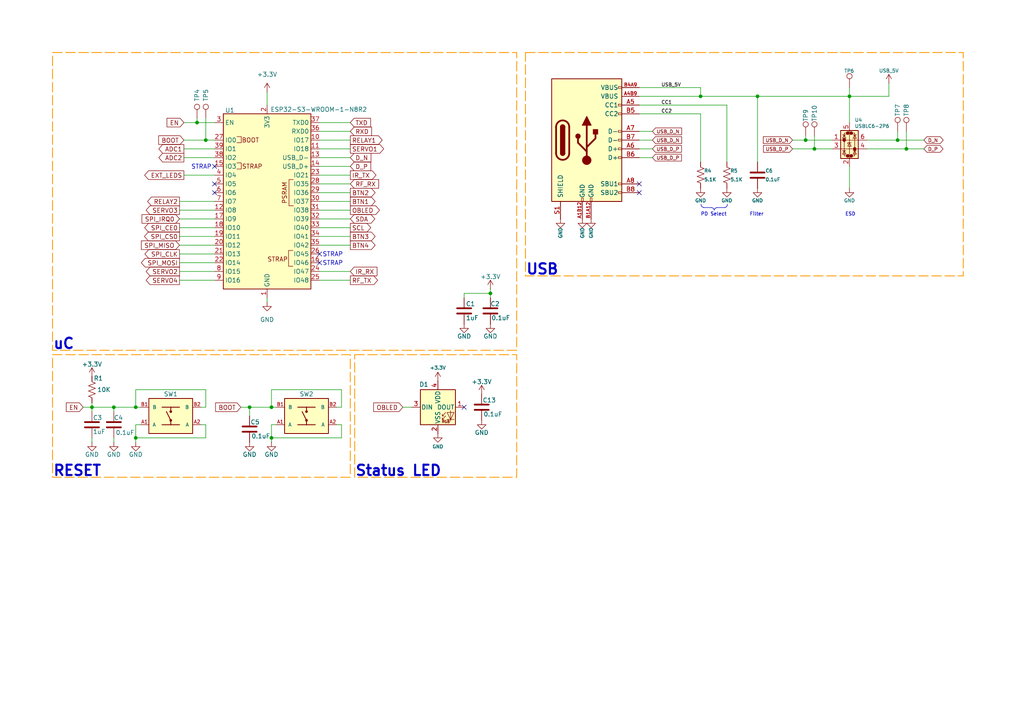
<source format=kicad_sch>
(kicad_sch (version 20250114) (generator "eeschema") (generator_version "9.0")
  (paper "A4")
  (title_block (title "Aquarius Client") (date "<<release-date>>") (rev "<<tag>>") (comment 1 "<<hash>>"))
  (lib_symbols
    (symbol "CRG Makes:ESP32-S3-WROOM-1-N8R2"
      (property "Reference" "U" (at -12.7 26.67 0))
      (property "Value" "ESP32-S3-WROOM-1-N8R2" (at 14.986 26.67 0))
      (symbol "ESP32-S3-WROOM-1-N8R2_0_0"
        (rectangle (start -12.7 25.4) (end 12.7 -25.4) (stroke (width 0.254)) (fill (type background)))
        (text "PSRAM" (at 5.08 2.54 900) (effects (font (size 1.27 1.27))))
      )
      (symbol "ESP32-S3-WROOM-1-N8R2_0_1"
        (polyline (pts (xy -8.763 17.018) (xy -7.493 17.018) (xy -7.493 18.796) (xy -8.763 18.796)))
        (polyline (pts (xy -8.763 9.398) (xy -7.493 9.398) (xy -7.493 11.176) (xy -8.763 11.176)))
        (polyline (pts (xy 7.493 -18.796) (xy 6.223 -18.796) (xy 6.223 -14.224) (xy 7.493 -14.224)))
        (polyline (pts (xy 7.62 -1.27) (xy 6.35 -1.27) (xy 6.35 6.35) (xy 7.62 6.35)))
      )
      (symbol "ESP32-S3-WROOM-1-N8R2_1_1"
        (text "BOOT" (at -4.826 17.78 0) (effects (font (size 1.27 1.27))))
        (text "STRAP" (at -4.318 10.16 0) (effects (font (size 1.27 1.27))))
        (text "STRAP" (at 3.048 -16.764 0) (effects (font (size 1.27 1.27))))
        (pin input line (at -15.24 22.86 0) (length 2.54) (name "EN") (number "3"))
        (pin bidirectional line (at -15.24 17.78 0) (length 2.54) (name "IO0") (number "27"))
        (pin bidirectional line (at -15.24 15.24 0) (length 2.54) (name "IO1") (number "39"))
        (pin bidirectional line (at -15.24 12.7 0) (length 2.54) (name "IO2") (number "38"))
        (pin bidirectional line (at -15.24 10.16 0) (length 2.54) (name "IO3") (number "15"))
        (pin bidirectional line (at -15.24 7.62 0) (length 2.54) (name "IO4") (number "4"))
        (pin bidirectional line (at -15.24 5.08 0) (length 2.54) (name "IO5") (number "5"))
        (pin bidirectional line (at -15.24 2.54 0) (length 2.54) (name "IO6") (number "6"))
        (pin bidirectional line (at -15.24 0 0) (length 2.54) (name "IO7") (number "7"))
        (pin bidirectional line (at -15.24 -2.54 0) (length 2.54) (name "IO8") (number "12"))
        (pin bidirectional line (at -15.24 -5.08 0) (length 2.54) (name "IO9") (number "17"))
        (pin bidirectional line (at -15.24 -7.62 0) (length 2.54) (name "IO10") (number "18"))
        (pin bidirectional line (at -15.24 -10.16 0) (length 2.54) (name "IO11") (number "19"))
        (pin bidirectional line (at -15.24 -12.7 0) (length 2.54) (name "IO12") (number "20"))
        (pin bidirectional line (at -15.24 -15.24 0) (length 2.54) (name "IO13") (number "21"))
        (pin bidirectional line (at -15.24 -17.78 0) (length 2.54) (name "IO14") (number "22"))
        (pin bidirectional line (at -15.24 -20.32 0) (length 2.54) (name "IO15") (number "8"))
        (pin bidirectional line (at -15.24 -22.86 0) (length 2.54) (name "IO16") (number "9"))
        (pin power_in line (at 0 27.94 270) (length 2.54) (name "3V3") (number "2"))
        (pin power_in line (at 0 -27.94 90) (length 2.54) (name "GND") (number "1"))
        (pin passive line (at 0 -27.94 90) (length 2.54) (hide yes) (name "GND") (number "40"))
        (pin passive line (at 0 -27.94 90) (length 2.54) (hide yes) (name "GND") (number "41"))
        (pin bidirectional line (at 15.24 22.86 180) (length 2.54) (name "TXD0") (number "37"))
        (pin bidirectional line (at 15.24 20.32 180) (length 2.54) (name "RXD0") (number "36"))
        (pin bidirectional line (at 15.24 17.78 180) (length 2.54) (name "IO17") (number "10"))
        (pin bidirectional line (at 15.24 15.24 180) (length 2.54) (name "IO18") (number "11"))
        (pin bidirectional line (at 15.24 12.7 180) (length 2.54) (name "USB_D-") (number "13"))
        (pin bidirectional line (at 15.24 10.16 180) (length 2.54) (name "USB_D+") (number "14"))
        (pin bidirectional line (at 15.24 7.62 180) (length 2.54) (name "IO21") (number "23"))
        (pin bidirectional line (at 15.24 5.08 180) (length 2.54) (name "IO35") (number "28"))
        (pin bidirectional line (at 15.24 2.54 180) (length 2.54) (name "IO36") (number "29"))
        (pin bidirectional line (at 15.24 0 180) (length 2.54) (name "IO37") (number "30"))
        (pin bidirectional line (at 15.24 -2.54 180) (length 2.54) (name "IO38") (number "31"))
        (pin bidirectional line (at 15.24 -5.08 180) (length 2.54) (name "IO39") (number "32"))
        (pin bidirectional line (at 15.24 -7.62 180) (length 2.54) (name "IO40") (number "33"))
        (pin bidirectional line (at 15.24 -10.16 180) (length 2.54) (name "IO41") (number "34"))
        (pin bidirectional line (at 15.24 -12.7 180) (length 2.54) (name "IO42") (number "35"))
        (pin bidirectional line (at 15.24 -15.24 180) (length 2.54) (name "IO45") (number "26"))
        (pin bidirectional line (at 15.24 -17.78 180) (length 2.54) (name "IO46") (number "16"))
        (pin bidirectional line (at 15.24 -20.32 180) (length 2.54) (name "IO47") (number "24"))
        (pin bidirectional line (at 15.24 -22.86 180) (length 2.54) (name "IO48") (number "25"))
      )
    )
    (symbol "CRGM Connector:USB_C_USB2.0_16P" (pin_names (offset 1.016))
      (property "Reference" "J" (at 0 22.225 0))
      (property "Value" "USB_C_USB2.0_16P" (at 0 19.685 0))
      (symbol "USB_C_USB2.0_16P_0_0"
        (rectangle (start -1.524 -16.764) (end -1.016 -17.78))
        (rectangle (start 1.016 -16.764) (end 1.524 -17.78))
        (rectangle (start 10.16 15.494) (end 9.144 14.986))
        (rectangle (start 10.16 10.414) (end 9.144 9.906))
        (rectangle (start 10.16 7.874) (end 9.144 7.366))
        (rectangle (start 10.16 2.794) (end 9.144 2.286))
        (rectangle (start 10.16 0.254) (end 9.144 -0.254))
        (rectangle (start 10.16 -2.286) (end 9.144 -2.794))
        (rectangle (start 10.16 -4.826) (end 9.144 -5.334))
        (rectangle (start 10.16 -12.446) (end 9.144 -12.954))
        (rectangle (start 10.16 -14.986) (end 9.144 -15.494))
      )
      (symbol "USB_C_USB2.0_16P_0_1"
        (rectangle (start -10.16 17.78) (end 10.16 -17.78) (stroke (width 0.254)) (fill (type background)))
        (polyline (pts (xy -8.89 -3.81) (xy -8.89 3.81)) (stroke (width 0.508)))
        (rectangle (start -7.62 -3.81) (end -6.35 3.81) (stroke (width 0.254)) (fill (type outline)))
        (arc (start -7.62 3.81) (mid -6.985 4.4423) (end -6.35 3.81) (stroke (width 0.254)))
        (arc (start -7.62 3.81) (mid -6.985 4.4423) (end -6.35 3.81) (stroke (width 0.254)) (fill (type outline)))
        (arc (start -8.89 3.81) (mid -6.985 5.7067) (end -5.08 3.81) (stroke (width 0.508)))
        (arc (start -5.08 -3.81) (mid -6.985 -5.7067) (end -8.89 -3.81) (stroke (width 0.508)))
        (arc (start -6.35 -3.81) (mid -6.985 -4.4423) (end -7.62 -3.81) (stroke (width 0.254)))
        (arc (start -6.35 -3.81) (mid -6.985 -4.4423) (end -7.62 -3.81) (stroke (width 0.254)) (fill (type outline)))
        (polyline (pts (xy -5.08 3.81) (xy -5.08 -3.81)) (stroke (width 0.508)))
        (circle (center -2.54 1.143) (radius 0.635) (stroke (width 0.254)) (fill (type outline)))
        (polyline (pts (xy -1.27 4.318) (xy 0 6.858) (xy 1.27 4.318) (xy -1.27 4.318)) (stroke (width 0.254)) (fill (type outline)))
        (polyline (pts (xy 0 -2.032) (xy 2.54 0.508) (xy 2.54 1.778)) (stroke (width 0.508)))
        (polyline (pts (xy 0 -3.302) (xy -2.54 -0.762) (xy -2.54 0.508)) (stroke (width 0.508)))
        (polyline (pts (xy 0 -5.842) (xy 0 4.318)) (stroke (width 0.508)))
        (circle (center 0 -5.842) (radius 1.27) (fill (type outline)))
        (rectangle (start 1.905 1.778) (end 3.175 3.048) (stroke (width 0.254)) (fill (type outline)))
      )
      (symbol "USB_C_USB2.0_16P_1_1"
        (pin passive line (at -7.62 -22.86 90) (length 5.08) (name "SHIELD") (number "S1"))
        (pin passive line (at -1.27 -22.86 90) (length 5.08) (name "GND") (number "A1B12"))
        (pin passive line (at 1.27 -22.86 90) (length 5.08) (name "GND") (number "B1A12"))
        (pin power_out line (at 15.24 15.24 180) (length 5.08) (name "VBUS") (number "B4A9"))
        (pin passive line (at 15.24 12.7 180) (length 5.08) (name "VBUS") (number "A4B9"))
        (pin bidirectional line (at 15.24 10.16 180) (length 5.08) (name "CC1") (number "A5"))
        (pin bidirectional line (at 15.24 7.62 180) (length 5.08) (name "CC2") (number "B5"))
        (pin bidirectional line (at 15.24 2.54 180) (length 5.08) (name "D-") (number "A7"))
        (pin bidirectional line (at 15.24 0 180) (length 5.08) (name "D-") (number "B7"))
        (pin bidirectional line (at 15.24 -2.54 180) (length 5.08) (name "D+") (number "A6"))
        (pin bidirectional line (at 15.24 -5.08 180) (length 5.08) (name "D+") (number "B6"))
        (pin bidirectional line (at 15.24 -12.7 180) (length 5.08) (name "SBU1") (number "A8"))
        (pin bidirectional line (at 15.24 -15.24 180) (length 5.08) (name "SBU2") (number "B8"))
      )
    )
    (symbol "CRGM Switches:EVQ-Q2B02W" (pin_names (offset 1.016))
      (property "Reference" "SW" (at -6.3593 5.5931 0))
      (property "Value" "EVQ-Q2B02W" (at -6.604 -7.112 0))
      (symbol "EVQ-Q2B02W_0_0"
        (rectangle (start -6.35 5.08) (end 6.35 -5.08) (stroke (width 0.254)) (fill (type background)))
        (polyline (pts (xy -2.54 2.54) (xy 0 2.54)) (stroke (width 0.254)))
        (polyline (pts (xy -2.54 -2.54) (xy 0 -2.54)) (stroke (width 0.254)))
        (polyline (pts (xy 0 2.54) (xy 2.54 2.54)) (stroke (width 0.254)))
        (circle (center 0 1.27) (radius 0.254) (stroke (width 0.254)))
        (polyline (pts (xy 0 1.27) (xy 0 2.54)) (stroke (width 0.254)))
        (polyline (pts (xy 0 -1.27) (xy -1.27 1.27)) (stroke (width 0.254)))
        (polyline (pts (xy 0 -1.27) (xy 0 -2.54)) (stroke (width 0.254)))
        (circle (center 0 -1.27) (radius 0.254) (stroke (width 0.254)))
        (polyline (pts (xy 0 -2.54) (xy 2.54 -2.54)) (stroke (width 0.254)))
      )
      (symbol "EVQ-Q2B02W_1_0"
        (pin passive line (at -8.89 2.54 0) (length 2.54) (name "B") (number "B1"))
        (pin passive line (at -8.89 -2.54 0) (length 2.54) (name "A") (number "A1"))
        (pin passive line (at 8.89 2.54 180) (length 2.54) (name "B") (number "B2"))
        (pin passive line (at 8.89 -2.54 180) (length 2.54) (name "A") (number "A2"))
      )
    )
    (symbol "Connector:TestPoint" (pin_numbers (hide yes)) (pin_names (offset 0.762) (hide yes))
      (property "Reference" "TP" (at 0 6.858 0))
      (property "Value" "TestPoint" (at 0 5.08 0))
      (symbol "TestPoint_0_1"
        (circle (center 0 3.302) (radius 0.762))
      )
      (symbol "TestPoint_1_1"
        (pin passive line (at 0 0 90) (length 2.54) (name "1") (number "1"))
      )
    )
    (symbol "Device:C" (pin_numbers (hide yes)) (pin_names (offset 0.254))
      (property "Reference" "C" (at 0.635 2.54 0))
      (property "Value" "C" (at 0.635 -2.54 0))
      (symbol "C_0_1"
        (polyline (pts (xy -2.032 0.762) (xy 2.032 0.762)) (stroke (width 0.508)))
        (polyline (pts (xy -2.032 -0.762) (xy 2.032 -0.762)) (stroke (width 0.508)))
      )
      (symbol "C_1_1"
        (pin passive line (at 0 3.81 270) (length 2.794) (name "~") (number "1"))
        (pin passive line (at 0 -3.81 90) (length 2.794) (name "~") (number "2"))
      )
    )
    (symbol "Device:R_US" (pin_numbers (hide yes)) (pin_names (offset 0))
      (property "Reference" "R" (at 2.54 0 90))
      (property "Value" "R_US" (at -2.54 0 90))
      (symbol "R_US_0_1"
        (polyline (pts (xy 0 2.286) (xy 0 2.54)))
        (polyline (pts (xy 0 2.286) (xy 1.016 1.905) (xy 0 1.524) (xy -1.016 1.143) (xy 0 0.762)))
        (polyline (pts (xy 0 0.762) (xy 1.016 0.381) (xy 0 0) (xy -1.016 -0.381) (xy 0 -0.762)))
        (polyline (pts (xy 0 -0.762) (xy 1.016 -1.143) (xy 0 -1.524) (xy -1.016 -1.905) (xy 0 -2.286)))
        (polyline (pts (xy 0 -2.286) (xy 0 -2.54)))
      )
      (symbol "R_US_1_1"
        (pin passive line (at 0 3.81 270) (length 1.27) (name "~") (number "1"))
        (pin passive line (at 0 -3.81 90) (length 1.27) (name "~") (number "2"))
      )
    )
    (symbol "LED:WS2812B-2020" (pin_names (offset 0.254))
      (property "Reference" "D" (at 5.08 5.715 0))
      (property "Value" "WS2812B-2020" (at 1.27 -5.715 0))
      (symbol "WS2812B-2020_0_0"
        (text "RGB" (at 2.286 -4.191 0) (effects (font (size 0.762 0.762))))
      )
      (symbol "WS2812B-2020_0_1"
        (polyline (pts (xy 1.27 -2.54) (xy 1.778 -2.54)))
        (polyline (pts (xy 1.27 -3.556) (xy 1.778 -3.556)))
        (polyline (pts (xy 2.286 -1.524) (xy 1.27 -2.54) (xy 1.27 -2.032)))
        (polyline (pts (xy 2.286 -2.54) (xy 1.27 -3.556) (xy 1.27 -3.048)))
        (polyline (pts (xy 3.683 -1.016) (xy 3.683 -3.556) (xy 3.683 -4.064)))
        (polyline (pts (xy 4.699 -1.524) (xy 2.667 -1.524) (xy 3.683 -3.556) (xy 4.699 -1.524)))
        (polyline (pts (xy 4.699 -3.556) (xy 2.667 -3.556)))
        (rectangle (start 5.08 5.08) (end -5.08 -5.08) (stroke (width 0.254)) (fill (type background)))
      )
      (symbol "WS2812B-2020_1_1"
        (pin input line (at -7.62 0 0) (length 2.54) (name "DIN") (number "3"))
        (pin power_in line (at 0 7.62 270) (length 2.54) (name "VDD") (number "4"))
        (pin power_in line (at 0 -7.62 90) (length 2.54) (name "VSS") (number "2"))
        (pin output line (at 7.62 0 180) (length 2.54) (name "DOUT") (number "1"))
      )
    )
    (symbol "Power_Protection:USBLC6-2P6" (pin_names (hide yes))
      (property "Reference" "U" (at 0.635 5.715 0))
      (property "Value" "USBLC6-2P6" (at 0.635 3.81 0))
      (symbol "USBLC6-2P6_0_0"
        (circle (center -1.524 0) (radius 0.0001) (stroke (width 0.508)))
        (circle (center -0.508 2.032) (radius 0.0001) (stroke (width 0.508)))
        (circle (center -0.508 -4.572) (radius 0.0001) (stroke (width 0.508)))
        (circle (center 0.508 2.032) (radius 0.0001) (stroke (width 0.508)))
        (circle (center 0.508 -4.572) (radius 0.0001) (stroke (width 0.508)))
        (circle (center 1.524 -2.54) (radius 0.0001) (stroke (width 0.508)))
      )
      (symbol "USBLC6-2P6_0_1"
        (polyline (pts (xy -2.54 0) (xy 2.54 0)))
        (polyline (pts (xy -2.54 -2.54) (xy 2.54 -2.54)))
        (polyline (pts (xy -2.032 0.508) (xy -1.016 0.508) (xy -1.524 1.524) (xy -2.032 0.508)))
        (polyline (pts (xy -2.032 -3.048) (xy -1.016 -3.048)))
        (polyline (pts (xy -1.016 1.524) (xy -2.032 1.524)))
        (polyline (pts (xy -1.016 -4.064) (xy -2.032 -4.064) (xy -1.524 -3.048) (xy -1.016 -4.064)))
        (polyline (pts (xy -0.508 -1.143) (xy -0.508 -0.762) (xy 0.508 -0.762)))
        (polyline (pts (xy 0 2.54) (xy -0.508 2.032) (xy 0.508 2.032) (xy 0 1.524) (xy 0 -4.064) (xy -0.508 -4.572) (xy 0.508 -4.572) (xy 0 -5.08)))
        (polyline (pts (xy 0.508 -1.778) (xy -0.508 -1.778) (xy 0 -0.762) (xy 0.508 -1.778)))
        (polyline (pts (xy 1.016 1.524) (xy 2.032 1.524)))
        (polyline (pts (xy 1.016 -3.048) (xy 2.032 -3.048)))
        (polyline (pts (xy 2.032 0.508) (xy 1.016 0.508) (xy 1.524 1.524) (xy 2.032 0.508)))
        (polyline (pts (xy 2.032 -4.064) (xy 1.016 -4.064) (xy 1.524 -3.048) (xy 2.032 -4.064)))
      )
      (symbol "USBLC6-2P6_1_1"
        (rectangle (start -2.54 2.794) (end 2.54 -5.334) (stroke (width 0.254)) (fill (type background)))
        (polyline (pts (xy -0.508 2.032) (xy -1.524 2.032) (xy -1.524 -4.572) (xy -0.508 -4.572)))
        (polyline (pts (xy 0.508 -4.572) (xy 1.524 -4.572) (xy 1.524 2.032) (xy 0.508 2.032)))
        (pin passive line (at -5.08 0 0) (length 2.54) (name "I/O1") (number "1"))
        (pin passive line (at -5.08 -2.54 0) (length 2.54) (name "I/O2") (number "3"))
        (pin passive line (at 0 5.08 270) (length 2.54) (name "VBUS") (number "5"))
        (pin passive line (at 0 -7.62 90) (length 2.54) (name "GND") (number "2"))
        (pin passive line (at 5.08 0 180) (length 2.54) (name "I/O1") (number "6"))
        (pin passive line (at 5.08 -2.54 180) (length 2.54) (name "I/O2") (number "4"))
      )
    )
    (symbol "power:+3.3V" (power) (pin_numbers (hide yes)) (pin_names (offset 0) (hide yes))
      (property "Value" "+3.3V" (at 0 3.556 0))
      (symbol "+3.3V_0_1"
        (polyline (pts (xy -0.762 1.27) (xy 0 2.54)))
        (polyline (pts (xy 0 2.54) (xy 0.762 1.27)))
        (polyline (pts (xy 0 0) (xy 0 2.54)))
      )
      (symbol "+3.3V_1_1"
        (pin power_in line (at 0 0 90) (length 0) (name "~") (number "1"))
      )
    )
    (symbol "power:+5V" (power) (pin_numbers (hide yes)) (pin_names (offset 0) (hide yes))
      (property "Value" "+5V" (at 0 3.556 0))
      (symbol "+5V_0_1"
        (polyline (pts (xy -0.762 1.27) (xy 0 2.54)))
        (polyline (pts (xy 0 2.54) (xy 0.762 1.27)))
        (polyline (pts (xy 0 0) (xy 0 2.54)))
      )
      (symbol "+5V_1_1"
        (pin power_in line (at 0 0 90) (length 0) (name "~") (number "1"))
      )
    )
    (symbol "power:GND" (power) (pin_numbers (hide yes)) (pin_names (offset 0) (hide yes))
      (property "Value" "GND" (at 0 -3.81 0))
      (symbol "GND_0_1"
        (polyline (pts (xy 0 0) (xy 0 -1.27) (xy 1.27 -1.27) (xy 0 -2.54) (xy -1.27 -1.27) (xy 0 -1.27)))
      )
      (symbol "GND_1_1"
        (pin power_in line (at 0 0 270) (length 0) (name "~") (number "1"))
      )
    )
  )
  (rectangle (start 102.87 102.87) (end 149.86 138.43) (stroke (width 0.254) (type dash) (color 255 153 0 1)))
  (rectangle (start 152.4 15.24) (end 279.4 80.01) (stroke (width 0.254) (type dash) (color 255 153 0 1)))
  (rectangle (start 15.24 102.87) (end 101.6 138.43) (stroke (width 0.254) (type dash) (color 255 153 0 1)))
  (rectangle (start 15.24 15.24) (end 149.86 101.6) (stroke (width 0.254) (type dash) (color 255 153 0 1)))
  (text "RESET" (at 15.24 138.43 0) (effects (font (size 3 3) (thickness 0.6) (bold yes)) (justify left bottom)))
  (text "STRAP" (at 58.42 48.514 0) (effects (font (size 1.27 1.27))))
  (text "uC" (at 15.24 101.6 0) (effects (font (size 3 3) (thickness 0.6) (bold yes)) (justify left bottom)))
  (text "STRAP" (at 96.52 76.454 0) (effects (font (size 1.27 1.27))))
  (text "{" (at 206.756 60.452 90) (effects (font (size 5 5))))
  (text "Filter" (at 219.456 62.23 0) (effects (font (size 1 1))))
  (text "Status LED" (at 102.87 138.43 0) (effects (font (size 3 3) (thickness 0.6) (bold yes)) (justify left bottom)))
  (text "PD Select" (at 207.01 62.23 0) (effects (font (size 1 1))))
  (text "ESD" (at 246.634 62.23 0) (effects (font (size 1 1))))
  (text "STRAP" (at 96.52 73.914 0) (effects (font (size 1.27 1.27))))
  (text "USB" (exclude_from_sim yes) (at 152.4 80.01 0) (effects (font (size 3 3) (thickness 0.6) (bold yes)) (justify left bottom)))
  (junction (at 262.89 43.18))
  (junction (at 39.37 118.11))
  (junction (at 219.71 27.94))
  (junction (at 246.38 27.94))
  (junction (at 72.39 118.11))
  (junction (at 26.67 118.11))
  (junction (at 39.37 127))
  (junction (at 260.35 40.64))
  (junction (at 78.74 127))
  (junction (at 236.22 43.18))
  (junction (at 78.74 118.11))
  (junction (at 33.02 118.11))
  (junction (at 203.2 27.94))
  (junction (at 142.24 85.09))
  (junction (at 233.68 40.64))
  (junction (at 57.15 35.56))
  (junction (at 59.69 40.64))
  (no_connect (at 185.42 55.88))
  (no_connect (at 62.23 53.34))
  (no_connect (at 134.62 118.11))
  (no_connect (at 62.23 55.88))
  (no_connect (at 62.23 48.26))
  (no_connect (at 92.71 76.2))
  (no_connect (at 92.71 73.66))
  (no_connect (at 185.42 53.34))
  (wire (pts (xy 52.07 73.66) (xy 62.23 73.66)))
  (wire (pts (xy 99.06 113.03) (xy 78.74 113.03)))
  (wire (pts (xy 77.47 26.67) (xy 77.47 30.48)))
  (wire (pts (xy 92.71 68.58) (xy 101.6 68.58)))
  (wire (pts (xy 92.71 66.04) (xy 101.6 66.04)))
  (wire (pts (xy 99.06 123.19) (xy 99.06 127)))
  (wire (pts (xy 72.39 118.11) (xy 72.39 120.65)))
  (wire (pts (xy 69.85 118.11) (xy 72.39 118.11)))
  (wire (pts (xy 92.71 71.12) (xy 101.6 71.12)))
  (wire (pts (xy 246.38 54.61) (xy 246.38 48.26)))
  (wire (pts (xy 26.67 118.11) (xy 26.67 119.38)))
  (wire (pts (xy 92.71 50.8) (xy 101.6 50.8)))
  (wire (pts (xy 52.07 71.12) (xy 62.23 71.12)))
  (wire (pts (xy 210.82 30.48) (xy 210.82 46.99)))
  (wire (pts (xy 92.71 78.74) (xy 101.6 78.74)))
  (wire (pts (xy 39.37 128.27) (xy 39.37 127)))
  (wire (pts (xy 260.35 38.1) (xy 260.35 40.64)))
  (wire (pts (xy 78.74 123.19) (xy 78.74 127)))
  (wire (pts (xy 78.74 113.03) (xy 78.74 118.11)))
  (wire (pts (xy 97.79 123.19) (xy 99.06 123.19)))
  (wire (pts (xy 59.69 118.11) (xy 59.69 113.03)))
  (wire (pts (xy 257.81 24.13) (xy 257.81 27.94)))
  (wire (pts (xy 229.87 43.18) (xy 236.22 43.18)))
  (wire (pts (xy 219.71 27.94) (xy 246.38 27.94)))
  (wire (pts (xy 203.2 27.94) (xy 219.71 27.94)))
  (wire (pts (xy 52.07 81.28) (xy 62.23 81.28)))
  (wire (pts (xy 92.71 40.64) (xy 101.6 40.64)))
  (wire (pts (xy 92.71 55.88) (xy 101.6 55.88)))
  (wire (pts (xy 97.79 118.11) (xy 99.06 118.11)))
  (wire (pts (xy 33.02 118.11) (xy 33.02 119.38)))
  (wire (pts (xy 78.74 118.11) (xy 80.01 118.11)))
  (wire (pts (xy 92.71 45.72) (xy 101.6 45.72)))
  (wire (pts (xy 53.34 50.8) (xy 62.23 50.8)))
  (wire (pts (xy 52.07 78.74) (xy 62.23 78.74)))
  (wire (pts (xy 185.42 27.94) (xy 203.2 27.94)))
  (wire (pts (xy 59.69 127) (xy 39.37 127)))
  (wire (pts (xy 262.89 38.1) (xy 262.89 43.18)))
  (wire (pts (xy 251.46 40.64) (xy 260.35 40.64)))
  (wire (pts (xy 134.62 85.09) (xy 142.24 85.09)))
  (wire (pts (xy 52.07 58.42) (xy 62.23 58.42)))
  (wire (pts (xy 59.69 113.03) (xy 39.37 113.03)))
  (wire (pts (xy 92.71 58.42) (xy 101.6 58.42)))
  (wire (pts (xy 134.62 85.09) (xy 134.62 86.36)))
  (wire (pts (xy 246.38 25.4) (xy 246.38 27.94)))
  (wire (pts (xy 57.15 34.29) (xy 57.15 35.56)))
  (wire (pts (xy 92.71 60.96) (xy 101.6 60.96)))
  (wire (pts (xy 92.71 63.5) (xy 101.6 63.5)))
  (wire (pts (xy 92.71 81.28) (xy 101.6 81.28)))
  (wire (pts (xy 229.87 40.64) (xy 233.68 40.64)))
  (wire (pts (xy 59.69 40.64) (xy 62.23 40.64)))
  (wire (pts (xy 185.42 43.18) (xy 189.23 43.18)))
  (wire (pts (xy 24.13 118.11) (xy 26.67 118.11)))
  (wire (pts (xy 92.71 53.34) (xy 101.6 53.34)))
  (wire (pts (xy 116.84 118.11) (xy 119.38 118.11)))
  (wire (pts (xy 203.2 33.02) (xy 203.2 46.99)))
  (wire (pts (xy 59.69 123.19) (xy 59.69 127)))
  (wire (pts (xy 57.15 35.56) (xy 62.23 35.56)))
  (wire (pts (xy 53.34 43.18) (xy 62.23 43.18)))
  (wire (pts (xy 58.42 118.11) (xy 59.69 118.11)))
  (wire (pts (xy 39.37 113.03) (xy 39.37 118.11)))
  (wire (pts (xy 203.2 25.4) (xy 203.2 27.94)))
  (wire (pts (xy 185.42 33.02) (xy 203.2 33.02)))
  (wire (pts (xy 99.06 118.11) (xy 99.06 113.03)))
  (wire (pts (xy 92.71 38.1) (xy 101.6 38.1)))
  (wire (pts (xy 236.22 39.37) (xy 236.22 43.18)))
  (wire (pts (xy 80.01 123.19) (xy 78.74 123.19)))
  (wire (pts (xy 52.07 60.96) (xy 62.23 60.96)))
  (wire (pts (xy 39.37 123.19) (xy 40.64 123.19)))
  (wire (pts (xy 185.42 45.72) (xy 189.23 45.72)))
  (wire (pts (xy 233.68 40.64) (xy 241.3 40.64)))
  (wire (pts (xy 219.71 46.99) (xy 219.71 27.94)))
  (wire (pts (xy 53.34 35.56) (xy 57.15 35.56)))
  (wire (pts (xy 92.71 35.56) (xy 101.6 35.56)))
  (wire (pts (xy 39.37 127) (xy 39.37 123.19)))
  (wire (pts (xy 52.07 66.04) (xy 62.23 66.04)))
  (wire (pts (xy 142.24 83.82) (xy 142.24 85.09)))
  (wire (pts (xy 142.24 85.09) (xy 142.24 86.36)))
  (wire (pts (xy 53.34 45.72) (xy 62.23 45.72)))
  (wire (pts (xy 246.38 27.94) (xy 257.81 27.94)))
  (wire (pts (xy 39.37 118.11) (xy 40.64 118.11)))
  (wire (pts (xy 185.42 40.64) (xy 189.23 40.64)))
  (wire (pts (xy 58.42 123.19) (xy 59.69 123.19)))
  (wire (pts (xy 52.07 63.5) (xy 62.23 63.5)))
  (wire (pts (xy 26.67 118.11) (xy 33.02 118.11)))
  (wire (pts (xy 251.46 43.18) (xy 262.89 43.18)))
  (wire (pts (xy 233.68 39.37) (xy 233.68 40.64)))
  (wire (pts (xy 52.07 76.2) (xy 62.23 76.2)))
  (wire (pts (xy 185.42 38.1) (xy 189.23 38.1)))
  (wire (pts (xy 33.02 118.11) (xy 39.37 118.11)))
  (wire (pts (xy 33.02 128.27) (xy 33.02 127)))
  (wire (pts (xy 246.38 27.94) (xy 246.38 35.56)))
  (wire (pts (xy 260.35 40.64) (xy 267.97 40.64)))
  (wire (pts (xy 99.06 127) (xy 78.74 127)))
  (wire (pts (xy 185.42 25.4) (xy 203.2 25.4)))
  (wire (pts (xy 72.39 118.11) (xy 78.74 118.11)))
  (wire (pts (xy 92.71 43.18) (xy 101.6 43.18)))
  (wire (pts (xy 92.71 48.26) (xy 101.6 48.26)))
  (wire (pts (xy 185.42 30.48) (xy 210.82 30.48)))
  (wire (pts (xy 78.74 127) (xy 78.74 128.27)))
  (wire (pts (xy 53.34 40.64) (xy 59.69 40.64)))
  (wire (pts (xy 26.67 116.84) (xy 26.67 118.11)))
  (wire (pts (xy 236.22 43.18) (xy 241.3 43.18)))
  (wire (pts (xy 262.89 43.18) (xy 267.97 43.18)))
  (wire (pts (xy 77.47 87.63) (xy 77.47 86.36)))
  (wire (pts (xy 59.69 34.29) (xy 59.69 40.64)))
  (wire (pts (xy 52.07 68.58) (xy 62.23 68.58)))
  (wire (pts (xy 26.67 128.27) (xy 26.67 127)))
  (label "CC1" (at 191.77 30.48 0) (effects (font (size 1 1))))
  (label "CC2" (at 191.77 33.02 0) (effects (font (size 1 1))))
  (label "USB_5V" (at 191.77 25.4 0) (effects (font (size 1 1))))
  (global_label "D_N" (shape bidirectional) (at 267.97 40.64 0) (effects (font (size 1 1))) (property "Intersheetrefs" "${INTERSHEET_REFS}" (at 274.0048 40.64 0) (effects (justify left))))
  (global_label "BTN2" (shape output) (at 101.6 55.88 0) (property "Intersheetrefs" "${INTERSHEET_REFS}" (at 109.3628 55.88 0) (effects (justify left))))
  (global_label "SPI_IRQ0" (shape input) (at 52.07 63.5 180) (property "Intersheetrefs" "${INTERSHEET_REFS}" (at 40.6181 63.5 0) (effects (justify right))))
  (global_label "USB_D_P" (shape input) (at 189.23 45.72 0) (effects (font (size 1 1))) (property "Intersheetrefs" "${INTERSHEET_REFS}" (at 200.5004 45.72 0) (effects (justify left))))
  (global_label "SERVO4" (shape output) (at 52.07 81.28 180) (property "Intersheetrefs" "${INTERSHEET_REFS}" (at 41.8277 81.28 0) (effects (justify right))))
  (global_label "SPI_CS0" (shape output) (at 52.07 68.58 180) (property "Intersheetrefs" "${INTERSHEET_REFS}" (at 41.3439 68.58 0) (effects (justify right))))
  (global_label "SCL" (shape output) (at 101.6 66.04 0) (property "Intersheetrefs" "${INTERSHEET_REFS}" (at 108.0928 66.04 0) (effects (justify left))))
  (global_label "BTN1" (shape output) (at 101.6 58.42 0) (property "Intersheetrefs" "${INTERSHEET_REFS}" (at 109.3628 58.42 0) (effects (justify left))))
  (global_label "USB_D_N" (shape input) (at 229.87 40.64 180) (effects (font (size 1 1))) (property "Intersheetrefs" "${INTERSHEET_REFS}" (at 218.5391 40.64 0) (effects (justify right))))
  (global_label "SPI_MISO" (shape input) (at 52.07 71.12 180) (property "Intersheetrefs" "${INTERSHEET_REFS}" (at 40.4367 71.12 0) (effects (justify right))))
  (global_label "USB_D_P" (shape input) (at 229.87 43.18 180) (effects (font (size 1 1))) (property "Intersheetrefs" "${INTERSHEET_REFS}" (at 218.5996 43.18 0) (effects (justify right))))
  (global_label "RELAY1" (shape output) (at 101.6 40.64 0) (property "Intersheetrefs" "${INTERSHEET_REFS}" (at 111.419 40.64 0) (effects (justify left))))
  (global_label "SPI_CE0" (shape output) (at 52.07 66.04 180) (property "Intersheetrefs" "${INTERSHEET_REFS}" (at 41.4044 66.04 0) (effects (justify right))))
  (global_label "SDA" (shape bidirectional) (at 101.6 63.5 0) (property "Intersheetrefs" "${INTERSHEET_REFS}" (at 109.2646 63.5 0) (effects (justify left))))
  (global_label "D_N" (shape input) (at 101.6 45.72 0) (property "Intersheetrefs" "${INTERSHEET_REFS}" (at 108.1533 45.72 0) (effects (justify left))))
  (global_label "D_P" (shape input) (at 101.6 48.26 0) (property "Intersheetrefs" "${INTERSHEET_REFS}" (at 108.0928 48.26 0) (effects (justify left))))
  (global_label "SERVO2" (shape output) (at 52.07 78.74 180) (property "Intersheetrefs" "${INTERSHEET_REFS}" (at 41.8277 78.74 0) (effects (justify right))))
  (global_label "RF_TX" (shape output) (at 101.6 81.28 0) (property "Intersheetrefs" "${INTERSHEET_REFS}" (at 110.0885 81.28 0) (effects (justify left))))
  (global_label "SPI_CLK" (shape output) (at 52.07 73.66 180) (property "Intersheetrefs" "${INTERSHEET_REFS}" (at 41.4648 73.66 0) (effects (justify right))))
  (global_label "IR_TX" (shape output) (at 101.6 50.8 0) (property "Intersheetrefs" "${INTERSHEET_REFS}" (at 109.6047 50.8 0) (effects (justify left))))
  (global_label "SPI_MOSI" (shape output) (at 52.07 76.2 180) (property "Intersheetrefs" "${INTERSHEET_REFS}" (at 40.4367 76.2 0) (effects (justify right))))
  (global_label "SERVO3" (shape output) (at 52.07 60.96 180) (property "Intersheetrefs" "${INTERSHEET_REFS}" (at 41.8277 60.96 0) (effects (justify right))))
  (global_label "D_P" (shape bidirectional) (at 267.97 43.18 0) (effects (font (size 1 1))) (property "Intersheetrefs" "${INTERSHEET_REFS}" (at 273.9572 43.18 0) (effects (justify left))))
  (global_label "EXT_LEDS" (shape output) (at 53.34 50.8 180) (property "Intersheetrefs" "${INTERSHEET_REFS}" (at 41.4045 50.8 0) (effects (justify right))))
  (global_label "EN" (shape input) (at 53.34 35.56 180) (property "Intersheetrefs" "${INTERSHEET_REFS}" (at 47.8753 35.56 0) (effects (justify right))))
  (global_label "RF_RX" (shape input) (at 101.6 53.34 0) (property "Intersheetrefs" "${INTERSHEET_REFS}" (at 110.3909 53.34 0) (effects (justify left))))
  (global_label "BOOT" (shape input) (at 69.85 118.11 180) (property "Intersheetrefs" "${INTERSHEET_REFS}" (at 61.9662 118.11 0) (effects (justify right))))
  (global_label "OBLED" (shape input) (at 116.84 118.11 180) (property "Intersheetrefs" "${INTERSHEET_REFS}" (at 107.8072 118.11 0) (effects (justify right))))
  (global_label "IR_RX" (shape input) (at 101.6 78.74 0) (property "Intersheetrefs" "${INTERSHEET_REFS}" (at 109.9071 78.74 0) (effects (justify left))))
  (global_label "USB_D_N" (shape input) (at 189.23 40.64 0) (effects (font (size 1 1))) (property "Intersheetrefs" "${INTERSHEET_REFS}" (at 200.5609 40.64 0) (effects (justify left))))
  (global_label "ADC2" (shape output) (at 53.34 45.72 180) (property "Intersheetrefs" "${INTERSHEET_REFS}" (at 45.5167 45.72 0) (effects (justify right))))
  (global_label "EN" (shape input) (at 24.13 118.11 180) (property "Intersheetrefs" "${INTERSHEET_REFS}" (at 18.6653 118.11 0) (effects (justify right))))
  (global_label "BTN3" (shape output) (at 101.6 68.58 0) (property "Intersheetrefs" "${INTERSHEET_REFS}" (at 109.3628 68.58 0) (effects (justify left))))
  (global_label "OBLED" (shape output) (at 101.6 60.96 0) (property "Intersheetrefs" "${INTERSHEET_REFS}" (at 110.6328 60.96 0) (effects (justify left))))
  (global_label "USB_D_P" (shape input) (at 189.23 43.18 0) (effects (font (size 1 1))) (property "Intersheetrefs" "${INTERSHEET_REFS}" (at 200.5004 43.18 0) (effects (justify left))))
  (global_label "SERVO1" (shape output) (at 101.6 43.18 0) (property "Intersheetrefs" "${INTERSHEET_REFS}" (at 111.8423 43.18 0) (effects (justify left))))
  (global_label "TXD" (shape input) (at 101.6 35.56 0) (property "Intersheetrefs" "${INTERSHEET_REFS}" (at 108.0323 35.56 0) (effects (justify left))))
  (global_label "RXD" (shape input) (at 101.6 38.1 0) (property "Intersheetrefs" "${INTERSHEET_REFS}" (at 108.3347 38.1 0) (effects (justify left))))
  (global_label "ADC1" (shape output) (at 53.34 43.18 180) (property "Intersheetrefs" "${INTERSHEET_REFS}" (at 45.5167 43.18 0) (effects (justify right))))
  (global_label "BTN4" (shape output) (at 101.6 71.12 0) (property "Intersheetrefs" "${INTERSHEET_REFS}" (at 109.3628 71.12 0) (effects (justify left))))
  (global_label "BOOT" (shape input) (at 53.34 40.64 180) (property "Intersheetrefs" "${INTERSHEET_REFS}" (at 45.4562 40.64 0) (effects (justify right))))
  (global_label "USB_D_N" (shape input) (at 189.23 38.1 0) (effects (font (size 1 1))) (property "Intersheetrefs" "${INTERSHEET_REFS}" (at 200.5609 38.1 0) (effects (justify left))))
  (global_label "RELAY2" (shape output) (at 52.07 58.42 180) (property "Intersheetrefs" "${INTERSHEET_REFS}" (at 42.251 58.42 0) (effects (justify right))))
  (symbol (lib_id "power:+3.3V") (at 26.67 109.22 0) (unit 1)
    (property "Reference" "#PWR06" (effects (hide yes)))
    (property "Value" "+3.3V" (at 26.67 105.664 0))
    (property "Description" "Power symbol creates a global label with name \"+3.3V\"" (effects (hide yes)))
  )
  (symbol (lib_id "Connector:TestPoint") (at 236.22 39.37 0) (unit 1) (in_bom no)
    (property "Reference" "TP10" (at 236.22 35.306 90) (effects (justify left)))
    (property "Footprint" "CRGM Mechanical:TestPoint_Pad_D1.0mm" (effects (hide yes)))
    (property "Description" "test point" (effects (hide yes)))
  )
  (symbol (lib_id "power:GND") (at 78.74 128.27 0) (unit 1)
    (property "Reference" "#PWR010" (effects (hide yes)))
    (property "Value" "GND" (at 78.74 131.826 0))
    (property "Description" "Power symbol creates a global label with name \"GND\" , ground" (effects (hide yes)))
  )
  (symbol (lib_id "Connector:TestPoint") (at 233.68 39.37 0) (unit 1) (in_bom no)
    (property "Reference" "TP9" (at 233.68 35.306 90) (effects (justify left)))
    (property "Footprint" "CRGM Mechanical:TestPoint_Pad_D1.0mm" (effects (hide yes)))
    (property "Description" "test point" (effects (hide yes)))
  )
  (symbol (lib_id "Device:C") (at 72.39 124.46 0) (unit 1)
    (property "Reference" "C5" (at 72.644 122.428 0) (effects (justify left)))
    (property "Value" "0.1uF" (at 72.898 126.492 0) (effects (justify left)))
    (property "Footprint" "CRGM Passive:C_0603_1608Metric" (effects (hide yes)))
    (property "Description" "CAP CER 100nF 16V X5R 0603" (effects (hide yes)))
    (property "MN" "Samsung" (effects (hide yes)))
    (property "MPN" "CL10B104KO8NNNC" (effects (hide yes)))
    (property "Digikey" "1276-1005-2-ND" (effects (hide yes)))
    (property "Mouser" "187-CL10B104KO8NNNC" (effects (hide yes)))
    (property "LCSC" "C66501" (effects (hide yes)))
  )
  (symbol (lib_id "power:GND") (at 210.82 54.61 0) (unit 1)
    (property "Reference" "#PWR031" (effects (hide yes)))
    (property "Value" "GND" (at 210.82 58.166 0) (effects (font (size 1 1))))
    (property "Description" "Power symbol creates a global label with name \"GND\" , ground" (effects (hide yes)))
  )
  (symbol (lib_id "Power_Protection:USBLC6-2P6") (at 246.38 40.64 0) (unit 1)
    (property "Reference" "U4" (at 247.904 34.798 0) (effects (font (size 1 1)) (justify left)))
    (property "Value" "USBLC6-2P6" (at 247.904 36.576 0) (effects (font (size 1 1)) (justify left)))
    (property "Footprint" "CRGM Passive:SOT-666" (effects (hide yes)))
    (property "Datasheet" "https://www.st.com/resource/en/datasheet/usblc6-2.pdf" (effects (hide yes)))
    (property "Description" "Very low capacitance ESD protection diode, 2 data-line, SOT-666" (effects (hide yes)))
    (property "LCSC" "C2827693" (effects (hide yes)))
    (property "MN" "TECH PUBLIC" (effects (hide yes)))
    (property "MPN" "USBLC6-2P6" (effects (hide yes)))
    (property "Digikey" "497-5026-2-ND" (effects (hide yes)))
    (property "Mouser" "511-USBLC6-2P6" (effects (hide yes)))
  )
  (symbol (lib_id "Connector:TestPoint") (at 260.35 38.1 0) (unit 1) (in_bom no)
    (property "Reference" "TP7" (at 260.35 33.782 90) (effects (justify left)))
    (property "Footprint" "CRGM Mechanical:TestPoint_Pad_D1.0mm" (effects (hide yes)))
    (property "Description" "test point" (effects (hide yes)))
  )
  (symbol (lib_id "power:+3.3V") (at 127 110.49 0) (unit 1)
    (property "Reference" "#PWR018" (effects (hide yes)))
    (property "Value" "+3.3V" (at 127 106.68 0) (effects (font (size 1 1))))
    (property "Description" "Power symbol creates a global label with name \"+3.3V\"" (effects (hide yes)))
  )
  (symbol (lib_id "Device:C") (at 219.71 50.8 0) (unit 1)
    (property "Reference" "C6" (at 221.996 49.53 0) (effects (font (size 1 1)) (justify left)))
    (property "Value" "0.1uF" (at 221.996 52.07 0) (effects (font (size 1 1)) (justify left)))
    (property "Footprint" "CRGM Passive:C_0603_1608Metric" (effects (hide yes)))
    (property "Description" "CAP CER 100nF 16V X5R 0603" (effects (hide yes)))
    (property "LCSC" "C66501" (effects (hide yes)))
    (property "MN" "Samsung" (effects (hide yes)))
    (property "MPN" "CL10B104KO8NNNC" (effects (hide yes)))
    (property "Digikey" "1276-1005-2-ND" (effects (hide yes)))
    (property "Mouser" "187-CL10B104KO8NNNC" (effects (hide yes)))
  )
  (symbol (lib_id "power:+3.3V") (at 77.47 26.67 0) (unit 1)
    (property "Reference" "#PWR01" (effects (hide yes)))
    (property "Value" "+3.3V" (at 77.47 21.59 0))
    (property "Description" "Power symbol creates a global label with name \"+3.3V\"" (effects (hide yes)))
  )
  (symbol (lib_id "Device:C") (at 142.24 90.17 0) (unit 1)
    (property "Reference" "C2" (at 142.24 88.138 0) (effects (justify left)))
    (property "Value" "0.1uF" (at 142.494 92.202 0) (effects (justify left)))
    (property "Footprint" "CRGM Passive:C_0603_1608Metric" (effects (hide yes)))
    (property "Description" "CAP CER 100nF 16V X5R 0603" (effects (hide yes)))
    (property "MN" "Samsung" (effects (hide yes)))
    (property "MPN" "CL10B104KO8NNNC" (effects (hide yes)))
    (property "LCSC" "C66501" (effects (hide yes)))
    (property "Digikey" "1276-1005-2-ND" (effects (hide yes)))
    (property "Mouser" "187-CL10B104KO8NNNC" (effects (hide yes)))
  )
  (symbol (lib_id "power:GND") (at 168.91 63.5 0) (unit 1)
    (property "Reference" "#PWR036" (effects (hide yes)))
    (property "Value" "GND" (at 168.91 67.564 90) (effects (font (size 1 1))))
    (property "Description" "Power symbol creates a global label with name \"GND\" , ground" (effects (hide yes)))
  )
  (symbol (lib_id "power:GND") (at 72.39 128.27 0) (unit 1)
    (property "Reference" "#PWR011" (effects (hide yes)))
    (property "Value" "GND" (at 72.39 131.826 0))
    (property "Description" "Power symbol creates a global label with name \"GND\" , ground" (effects (hide yes)))
  )
  (symbol (lib_id "Connector:TestPoint") (at 57.15 34.29 0) (unit 1) (in_bom no)
    (property "Reference" "TP4" (at 57.15 29.464 90) (effects (justify left)))
    (property "Footprint" "CRGM Mechanical:TestPoint_Pad_D1.0mm" (effects (hide yes)))
    (property "Description" "test point" (effects (hide yes)))
  )
  (symbol (lib_id "Device:R_US") (at 26.67 113.03 0) (unit 1)
    (property "Reference" "R1" (at 27.178 109.728 0) (effects (justify left)))
    (property "Value" "10K" (at 28.194 113.03 0) (effects (justify left)))
    (property "Footprint" "CRGM Passive:R_0603_1608Metric" (effects (hide yes)))
    (property "Description" "Thick Film Resistors - SMD 1/10Watt 10Kohms 5%" (effects (hide yes)))
    (property "MN" "FOJAN" (effects (hide yes)))
    (property "MPN" "FRC0603J103TS" (effects (hide yes)))
    (property "Mouser" "652-CR0603-JW-103ELF" (effects (hide yes)))
    (property "Digikey" "CR0603-JW-103ELFTR-ND" (effects (hide yes)))
    (property "LCSC" "C2930027" (effects (hide yes)))
  )
  (symbol (lib_id "power:GND") (at 246.38 54.61 0) (unit 1)
    (property "Reference" "#PWR033" (effects (hide yes)))
    (property "Value" "GND" (at 246.38 58.166 0) (effects (font (size 1 1))))
    (property "Description" "Power symbol creates a global label with name \"GND\" , ground" (effects (hide yes)))
  )
  (symbol (lib_id "power:+5V") (at 257.81 24.13 0) (unit 1)
    (property "Reference" "#PWR026" (effects (hide yes)))
    (property "Value" "USB_5V" (at 257.81 21.082 0) (effects (font (size 1 1)) (justify bottom)))
    (property "Description" "Power symbol creates a global label with name \"+5V\"" (effects (hide yes)))
  )
  (symbol (lib_id "CRGM Switches:EVQ-Q2B02W") (at 88.9 120.65 0) (unit 1)
    (property "Reference" "SW2" (at 88.9 114.3 0))
    (property "Value" "EVQ-Q2B02W" (effects (hide yes)))
    (property "Footprint" "CRGM Switches:EVQ-Q2B02W" (effects (hide yes)))
    (property "Datasheet" "https://4donline.ihs.com/images/VipMasterIC/IC/PANA/PANA-S-A0000770395/PANA-S-A0000770395-1.pdf?hkey=CECEF36DEECDED6468708AAF2E19C0C6" (effects (hide yes)))
    (property "Description" "Tactile Switch; SPST" (effects (hide yes)))
    (property "Package" "SMD, 6MM SQ" (effects (hide yes)))
    (property "MN" "Panasonic" (effects (hide yes)))
    (property "MPN" "EVQ-Q2B02W" (effects (hide yes)))
    (property "Mouser" "667-EVQ-Q2B02W" (effects (hide yes)))
    (property "Digikey" "P12931STR-ND" (effects (hide yes)))
    (property "LCSC" "C2976606" (effects (hide yes)))
  )
  (symbol (lib_id "power:GND") (at 142.24 93.98 0) (unit 1)
    (property "Reference" "#PWR04" (effects (hide yes)))
    (property "Value" "GND" (at 142.24 97.536 0))
    (property "Description" "Power symbol creates a global label with name \"GND\" , ground" (effects (hide yes)))
  )
  (symbol (lib_id "Device:C") (at 26.67 123.19 0) (unit 1)
    (property "Reference" "C3" (at 26.924 121.158 0) (effects (justify left)))
    (property "Value" "1uF" (at 26.924 125.222 0) (effects (justify left)))
    (property "Footprint" "CRGM Passive:C_0603_1608Metric" (effects (hide yes)))
    (property "Description" "CAP CER 1uF 16V X5R 0603" (effects (hide yes)))
    (property "WVDC" "16V" (effects (hide yes)))
    (property "Tolerance" "10%" (effects (hide yes)))
    (property "Dielectric" "X5R" (effects (hide yes)))
    (property "MN" "HRE" (effects (hide yes)))
    (property "MPN" "CGA0603X5R105K160JT" (effects (hide yes)))
    (property "Mouser" "187-CL10B105KO8NNNC" (effects (hide yes)))
    (property "Digikey" "1276-1019-2-ND" (effects (hide yes)))
    (property "LCSC" "C6119849" (effects (hide yes)))
  )
  (symbol (lib_id "Device:R_US") (at 210.82 50.8 0) (unit 1)
    (property "Reference" "R5" (at 211.836 49.53 0) (effects (font (size 1 1)) (justify left)))
    (property "Value" "5.1K" (at 211.836 52.07 0) (effects (font (size 1 1)) (justify left)))
    (property "Footprint" "CRGM Passive:R_0603_1608Metric" (effects (hide yes)))
    (property "Description" "Resistor, US symbol" (effects (hide yes)))
    (property "MN" "FOJAN" (effects (hide yes)))
    (property "MPN" "FRC0603J512 TS" (effects (hide yes)))
    (property "Mouser" "652-CR0603JW-512ELF" (effects (hide yes)))
    (property "Digikey" "118-CR0603-JW-512ELFTR-ND" (effects (hide yes)))
    (property "LCSC" "C2907114" (effects (hide yes)))
  )
  (symbol (lib_id "power:GND") (at 26.67 128.27 0) (unit 1)
    (property "Reference" "#PWR07" (effects (hide yes)))
    (property "Value" "GND" (at 26.67 131.826 0))
    (property "Description" "Power symbol creates a global label with name \"GND\" , ground" (effects (hide yes)))
  )
  (symbol (lib_id "power:+3.3V") (at 139.7 114.3 0) (unit 1)
    (property "Reference" "#PWR0106" (effects (hide yes)))
    (property "Value" "+3.3V" (at 139.7 110.744 0))
    (property "Description" "Power symbol creates a global label with name \"+3.3V\"" (effects (hide yes)))
  )
  (symbol (lib_id "power:GND") (at 127 125.73 0) (unit 1)
    (property "Reference" "#PWR022" (effects (hide yes)))
    (property "Value" "GND" (at 127 129.54 0) (effects (font (size 1 1))))
    (property "Description" "Power symbol creates a global label with name \"GND\" , ground" (effects (hide yes)))
  )
  (symbol (lib_id "CRGM Switches:EVQ-Q2B02W") (at 49.53 120.65 0) (unit 1)
    (property "Reference" "SW1" (at 49.53 114.3 0))
    (property "Value" "EVQ-Q2B02W" (effects (hide yes)))
    (property "Footprint" "CRGM Switches:EVQ-Q2B02W" (effects (hide yes)))
    (property "Datasheet" "https://4donline.ihs.com/images/VipMasterIC/IC/PANA/PANA-S-A0000770395/PANA-S-A0000770395-1.pdf?hkey=CECEF36DEECDED6468708AAF2E19C0C6" (effects (hide yes)))
    (property "Description" "Tactile Switch; SPST" (effects (hide yes)))
    (property "Package" "SMD, 6MM SQ" (effects (hide yes)))
    (property "MN" "Panasonic" (effects (hide yes)))
    (property "MPN" "EVQ-Q2B02W" (effects (hide yes)))
    (property "Mouser" "667-EVQ-Q2B02W" (effects (hide yes)))
    (property "Digikey" "P12931STR-ND" (effects (hide yes)))
    (property "LCSC" "C2976606" (effects (hide yes)))
  )
  (symbol (lib_id "power:GND") (at 134.62 93.98 0) (unit 1)
    (property "Reference" "#PWR03" (effects (hide yes)))
    (property "Value" "GND" (at 134.62 97.536 0))
    (property "Description" "Power symbol creates a global label with name \"GND\" , ground" (effects (hide yes)))
  )
  (symbol (lib_id "power:GND") (at 171.45 63.5 0) (unit 1)
    (property "Reference" "#PWR037" (effects (hide yes)))
    (property "Value" "GND" (at 171.45 67.564 90) (effects (font (size 1 1))))
    (property "Description" "Power symbol creates a global label with name \"GND\" , ground" (effects (hide yes)))
  )
  (symbol (lib_id "power:GND") (at 77.47 87.63 0) (unit 1)
    (property "Reference" "#PWR05" (effects (hide yes)))
    (property "Value" "GND" (at 77.47 92.71 0))
    (property "Description" "Power symbol creates a global label with name \"GND\" , ground" (effects (hide yes)))
  )
  (symbol (lib_id "Connector:TestPoint") (at 246.38 25.4 0) (unit 1) (in_bom no)
    (property "Reference" "TP6" (at 244.856 20.574 0) (effects (font (size 1 1)) (justify left)))
    (property "Footprint" "CRGM Mechanical:TestPoint_Pad_D1.0mm" (effects (hide yes)))
    (property "Description" "test point" (effects (hide yes)))
  )
  (symbol (lib_id "Connector:TestPoint") (at 262.89 38.1 0) (unit 1) (in_bom no)
    (property "Reference" "TP8" (at 262.89 33.782 90) (effects (justify left)))
    (property "Footprint" "CRGM Mechanical:TestPoint_Pad_D1.0mm" (effects (hide yes)))
    (property "Description" "test point" (effects (hide yes)))
  )
  (symbol (lib_id "power:GND") (at 203.2 54.61 0) (unit 1)
    (property "Reference" "#PWR030" (effects (hide yes)))
    (property "Value" "GND" (at 203.2 58.166 0) (effects (font (size 1 1))))
    (property "Description" "Power symbol creates a global label with name \"GND\" , ground" (effects (hide yes)))
  )
  (symbol (lib_id "power:GND") (at 162.56 63.5 0) (unit 1)
    (property "Reference" "#PWR035" (effects (hide yes)))
    (property "Value" "GND" (at 162.56 67.564 90) (effects (font (size 1 1))))
    (property "Description" "Power symbol creates a global label with name \"GND\" , ground" (effects (hide yes)))
  )
  (symbol (lib_id "CRGM Connector:USB_C_USB2.0_16P") (at 170.18 40.64 0) (unit 1)
    (property "Reference" "J3" (effects (hide yes)))
    (property "Value" "USB_C_USB2.0_16P" (effects (hide yes)))
    (property "Footprint" "CRGM Connector:GCT_USB4105-GF-A" (effects (hide yes)))
    (property "Datasheet" "https://www.usb.org/sites/default/files/documents/usb_type-c.zip" (effects (hide yes)))
    (property "Description" "USB 2.0-only 16P Type-C Receptacle connector" (effects (hide yes)))
    (property "MN" "GTC" (effects (hide yes)))
    (property "MPN" "USB4105-GF-A-060" (effects (hide yes)))
    (property "Mouser" "640-USB4105-GF-A-060" (effects (hide yes)))
    (property "Digikey" "2073-USB4105-GF-A-060TR-ND" (effects (hide yes)))
    (property "LCSC" "C165948" (effects (hide yes)))
  )
  (symbol (lib_id "Device:C") (at 139.7 118.11 0) (unit 1)
    (property "Reference" "C13" (at 139.954 116.078 0) (effects (justify left)))
    (property "Value" "0.1uF" (at 140.208 120.142 0) (effects (justify left)))
    (property "Footprint" "CRGM Passive:C_0603_1608Metric" (effects (hide yes)))
    (property "Description" "CAP CER 100nF 16V X5R 0603" (effects (hide yes)))
    (property "MN" "Samsung" (effects (hide yes)))
    (property "MPN" "CL10B104KO8NNNC" (effects (hide yes)))
    (property "Digikey" "1276-1005-2-ND" (effects (hide yes)))
    (property "Mouser" "187-CL10B104KO8NNNC" (effects (hide yes)))
    (property "LCSC" "C66501" (effects (hide yes)))
  )
  (symbol (lib_id "power:GND") (at 139.7 121.92 0) (unit 1)
    (property "Reference" "#PWR0107" (effects (hide yes)))
    (property "Value" "GND" (at 139.7 125.476 0))
    (property "Description" "Power symbol creates a global label with name \"GND\" , ground" (effects (hide yes)))
  )
  (symbol (lib_id "Device:C") (at 134.62 90.17 0) (unit 1)
    (property "Reference" "C1" (at 135.128 88.138 0) (effects (justify left)))
    (property "Value" "1uF" (at 135.128 92.202 0) (effects (justify left)))
    (property "Footprint" "CRGM Passive:C_0603_1608Metric" (effects (hide yes)))
    (property "Description" "CAP CER 1uF 16V X5R 0603" (effects (hide yes)))
    (property "LCSC" "C6119849" (effects (hide yes)))
    (property "MN" "HRE" (effects (hide yes)))
    (property "MPN" "CGA0603X5R105K160JT" (effects (hide yes)))
    (property "Digikey" "1276-1019-2-ND" (effects (hide yes)))
    (property "Mouser" "187-CL10B105KO8NNNC" (effects (hide yes)))
    (property "Tolerance" "10%" (effects (hide yes)))
  )
  (symbol (lib_id "LED:WS2812B-2020") (at 127 118.11 0) (unit 1)
    (property "Reference" "D1" (at 122.936 111.506 0))
    (property "Value" "WS2812B-2020" (effects (hide yes)))
    (property "Footprint" "CRGM Passive:LED_WS2812B-2020_PLCC4_2.0x2.0mm" (effects (hide yes)))
    (property "Datasheet" "https://cdn-shop.adafruit.com/product-files/4684/4684_WS2812B-2020_V1.3_EN.pdf" (effects (hide yes)))
    (property "Description" "RGB LED with integrated controller, 2.0 x 2.0 mm, 12 mA" (effects (hide yes)))
    (property "MN" "World Semi" (effects (hide yes)))
    (property "MPN" "WS2812C-2020-V1" (effects (hide yes)))
    (property "LCSC" "C2976072" (effects (hide yes)))
  )
  (symbol (lib_id "power:GND") (at 33.02 128.27 0) (unit 1)
    (property "Reference" "#PWR08" (effects (hide yes)))
    (property "Value" "GND" (at 33.02 131.826 0))
    (property "Description" "Power symbol creates a global label with name \"GND\" , ground" (effects (hide yes)))
  )
  (symbol (lib_id "Device:C") (at 33.02 123.19 0) (unit 1)
    (property "Reference" "C4" (at 33.02 121.158 0) (effects (justify left)))
    (property "Value" "0.1uF" (at 33.528 125.476 0) (effects (justify left)))
    (property "Footprint" "CRGM Passive:C_0603_1608Metric" (effects (hide yes)))
    (property "Description" "CAP CER 100nF 16V X5R 0603" (effects (hide yes)))
    (property "MN" "Samsung" (effects (hide yes)))
    (property "MPN" "CL10B104KO8NNNC" (effects (hide yes)))
    (property "Mouser" "187-CL10B104KO8NNNC" (effects (hide yes)))
    (property "Digikey" "1276-1005-2-ND" (effects (hide yes)))
    (property "LCSC" "C66501" (effects (hide yes)))
  )
  (symbol (lib_id "power:GND") (at 219.71 54.61 0) (unit 1)
    (property "Reference" "#PWR032" (effects (hide yes)))
    (property "Value" "GND" (at 219.71 58.166 0) (effects (font (size 1 1))))
    (property "Description" "Power symbol creates a global label with name \"GND\" , ground" (effects (hide yes)))
  )
  (symbol (lib_id "Connector:TestPoint") (at 59.69 34.29 0) (unit 1) (in_bom no)
    (property "Reference" "TP5" (at 59.69 29.464 90) (effects (justify left)))
    (property "Footprint" "CRGM Mechanical:TestPoint_Pad_D1.0mm" (effects (hide yes)))
    (property "Description" "test point" (effects (hide yes)))
  )
  (symbol (lib_id "Device:R_US") (at 203.2 50.8 0) (unit 1)
    (property "Reference" "R4" (at 204.216 49.53 0) (effects (font (size 1 1)) (justify left)))
    (property "Value" "5.1K" (at 204.216 52.07 0) (effects (font (size 1 1)) (justify left)))
    (property "Footprint" "CRGM Passive:R_0603_1608Metric" (effects (hide yes)))
    (property "Description" "Resistor, US symbol" (effects (hide yes)))
    (property "MN" "FOJAN" (effects (hide yes)))
    (property "MPN" "FRC0603J512 TS" (effects (hide yes)))
    (property "Mouser" "652-CR0603JW-512ELF" (effects (hide yes)))
    (property "Digikey" "118-CR0603-JW-512ELFTR-ND" (effects (hide yes)))
    (property "LCSC" "C2907114" (effects (hide yes)))
  )
  (symbol (lib_id "CRG Makes:ESP32-S3-WROOM-1-N8R2") (at 77.47 58.42 0) (unit 1)
    (property "Reference" "U1" (at 65.278 32.004 0) (effects (justify left)))
    (property "Value" "ESP32-S3-WROOM-1-N8R2" (at 92.456 31.75 0))
    (property "Footprint" "CRG Makes:ESP32-S3-WROOM-1-N8R2" (effects (hide yes)))
    (property "Datasheet" "https://www.espressif.com/sites/default/files/documentation/esp32-s3-wroom-1_wroom-1u_datasheet_en.pdf" (effects (hide yes)))
    (property "Description" "RF Module, ESP32-S3 SoC, 8MB Flash, 2MB PSRAM, Wi-Fi 802.11b/g/n, Bluetooth, BLE, 32-bit, 3.3V, onboard antenna, SMD" (effects (hide yes)))
    (property "Mouser" "356-ESP32-S3WRM1N8R2" (effects (hide yes)))
    (property "Digikey" "5407-ESP32-S3-WROOM-1-N8R2-ND" (effects (hide yes)))
    (property "LCSC" "C2913204" (effects (hide yes)))
    (property "MPN" "ESP32-S3-WROOM-1-N8R2" (effects (hide yes)))
    (property "MN" "Espressif" (effects (hide yes)))
  )
  (symbol (lib_id "power:GND") (at 39.37 128.27 0) (unit 1)
    (property "Reference" "#PWR09" (effects (hide yes)))
    (property "Value" "GND" (at 39.37 131.826 0))
    (property "Description" "Power symbol creates a global label with name \"GND\" , ground" (effects (hide yes)))
  )
  (symbol (lib_id "power:+3.3V") (at 142.24 83.82 0) (unit 1)
    (property "Reference" "#PWR02" (effects (hide yes)))
    (property "Value" "+3.3V" (at 142.24 80.264 0))
    (property "Description" "Power symbol creates a global label with name \"+3.3V\"" (effects (hide yes)))
  )
)
</source>
